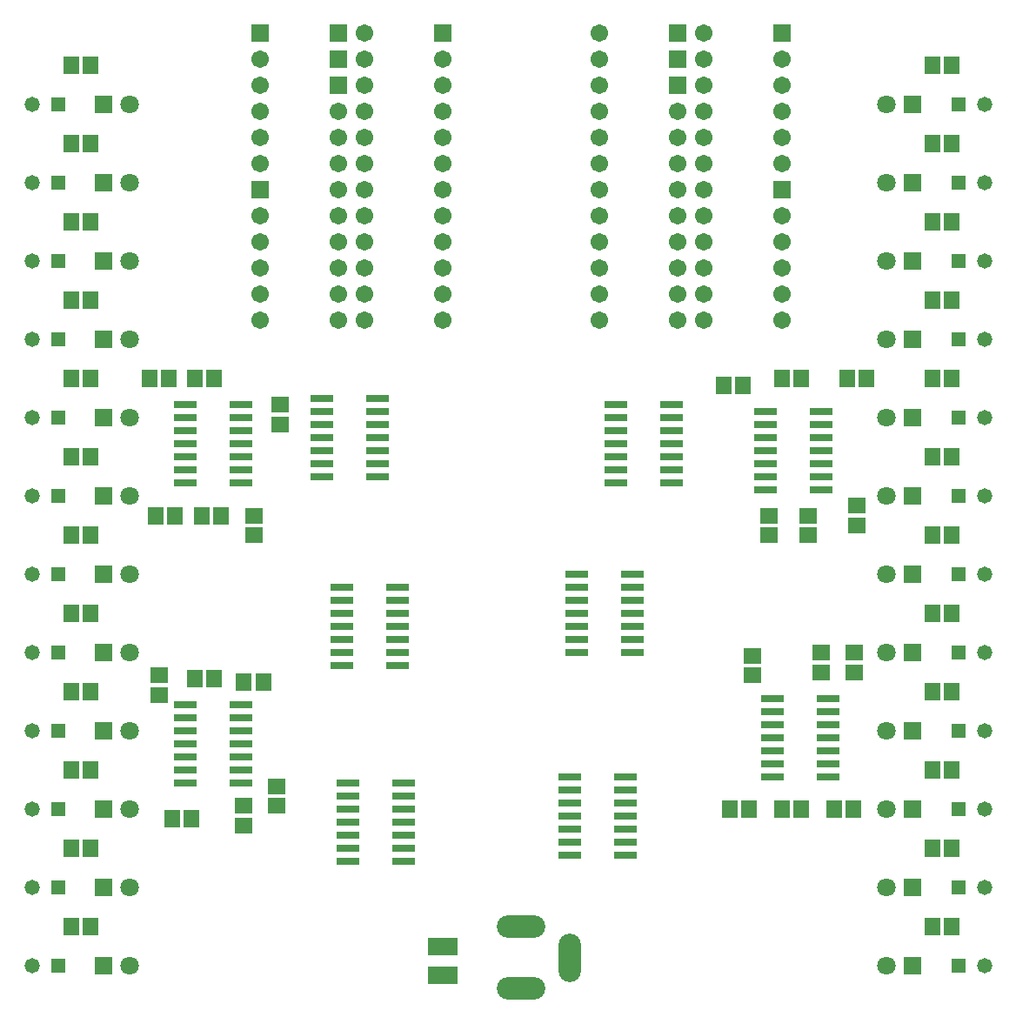
<source format=gts>
G04 DipTrace 2.3.1.0*
%INLOGICCOMP.GTS*%
%MOMM*%
%ADD36R,2.903X1.803*%
%ADD38O,2.203X4.703*%
%ADD40O,4.703X2.203*%
%ADD42R,1.703X1.503*%
%ADD44R,1.503X1.703*%
%ADD46C,1.803*%
%ADD48R,1.803X1.803*%
%ADD50R,2.203X0.803*%
%ADD52R,1.473X1.473*%
%ADD54C,1.473*%
%ADD56C,1.703*%
%ADD58R,1.703X1.703*%
%FSLAX53Y53*%
G04*
G71*
G90*
G75*
G01*
%LNTopMask*%
%LPD*%
D58*
X53188Y105893D3*
D56*
Y103353D3*
Y100813D3*
Y98273D3*
Y95733D3*
Y93193D3*
Y90653D3*
Y88113D3*
Y85573D3*
Y83033D3*
Y80493D3*
Y77953D3*
X68428D3*
Y80493D3*
Y83033D3*
Y85573D3*
Y88113D3*
Y90653D3*
Y93193D3*
Y95733D3*
Y98273D3*
Y100813D3*
Y103353D3*
Y105893D3*
D54*
X13183Y15088D3*
D52*
X15723D3*
D54*
X13183Y22708D3*
D52*
X15723D3*
D54*
X13183Y30328D3*
D52*
X15723D3*
D54*
X13183Y37948D3*
D52*
X15723D3*
D54*
X13183Y45568D3*
D52*
X15723D3*
D54*
X13183Y53188D3*
D52*
X15723D3*
D54*
X13183Y60808D3*
D52*
X15723D3*
D54*
X13183Y68428D3*
D52*
X15723D3*
D54*
X13183Y76048D3*
D52*
X15723D3*
D54*
X13183Y83668D3*
D52*
X15723D3*
D54*
X13183Y91288D3*
D52*
X15723D3*
D54*
X13183Y98908D3*
D52*
X15723D3*
D54*
X105893Y15088D3*
D52*
X103353D3*
D54*
X105893Y22708D3*
D52*
X103353D3*
D54*
X105893Y30328D3*
D52*
X103353D3*
D54*
X105893Y37948D3*
D52*
X103353D3*
D54*
X105893Y45568D3*
D52*
X103353D3*
D54*
X105893Y53188D3*
D52*
X103353D3*
D54*
X105893Y60808D3*
D52*
X103353D3*
D54*
X105893Y68428D3*
D52*
X103353D3*
D54*
X105893Y76048D3*
D52*
X103353D3*
D54*
X105893Y83668D3*
D52*
X103353D3*
D54*
X105893Y91288D3*
D52*
X103353D3*
D54*
X105893Y98908D3*
D52*
X103353D3*
D50*
X33503Y32868D3*
Y34138D3*
Y35408D3*
Y36678D3*
Y37948D3*
Y39218D3*
Y40488D3*
X28103D3*
Y39218D3*
Y37948D3*
Y36678D3*
Y35408D3*
Y34138D3*
Y32868D3*
X33503Y62078D3*
Y63348D3*
Y64618D3*
Y65888D3*
Y67158D3*
Y68428D3*
Y69698D3*
X28103D3*
Y68428D3*
Y67158D3*
Y65888D3*
Y64618D3*
Y63348D3*
Y62078D3*
X90018Y61443D3*
Y62713D3*
Y63983D3*
Y65253D3*
Y66523D3*
Y67793D3*
Y69063D3*
X84618D3*
Y67793D3*
Y66523D3*
Y65253D3*
Y63983D3*
Y62713D3*
Y61443D3*
X90653Y33503D3*
Y34773D3*
Y36043D3*
Y37313D3*
Y38583D3*
Y39853D3*
Y41123D3*
X85253D3*
Y39853D3*
Y38583D3*
Y37313D3*
Y36043D3*
Y34773D3*
Y33503D3*
D48*
X20168Y15088D3*
D46*
X22708D3*
D48*
X20168Y22708D3*
D46*
X22708D3*
D48*
X20168Y30328D3*
D46*
X22708D3*
D48*
X20168Y37948D3*
D46*
X22708D3*
D48*
X20168Y45568D3*
D46*
X22708D3*
D48*
X20168Y53188D3*
D46*
X22708D3*
D48*
X20168Y60808D3*
D46*
X22708D3*
D48*
X20168Y68428D3*
D46*
X22708D3*
D48*
X20168Y76048D3*
D46*
X22708D3*
D48*
X20168Y83668D3*
D46*
X22708D3*
D48*
X20168Y91288D3*
D46*
X22708D3*
D48*
X20168Y98908D3*
D46*
X22708D3*
D48*
X98908D3*
D46*
X96368D3*
D48*
X98908Y91288D3*
D46*
X96368D3*
D48*
X98908Y83668D3*
D46*
X96368D3*
D48*
X98908Y76048D3*
D46*
X96368D3*
D48*
X98908Y68428D3*
D46*
X96368D3*
D48*
X98908Y60808D3*
D46*
X96368D3*
D48*
X98908Y53188D3*
D46*
X96368D3*
D58*
X76048Y100813D3*
D56*
Y98273D3*
Y95733D3*
Y93193D3*
Y90653D3*
Y88113D3*
Y85573D3*
Y83033D3*
Y80493D3*
Y77953D3*
X78588Y100813D3*
Y98273D3*
Y95733D3*
Y93193D3*
Y90653D3*
Y88113D3*
Y85573D3*
Y83033D3*
Y80493D3*
Y77953D3*
D58*
X43028Y100813D3*
D56*
Y98273D3*
Y95733D3*
Y93193D3*
Y90653D3*
Y88113D3*
Y85573D3*
Y83033D3*
Y80493D3*
Y77953D3*
X45568Y100813D3*
Y98273D3*
Y95733D3*
Y93193D3*
Y90653D3*
Y88113D3*
Y85573D3*
Y83033D3*
Y80493D3*
Y77953D3*
D58*
X76048Y103353D3*
D56*
X78588D3*
D58*
X76048Y105893D3*
D56*
X78588D3*
D58*
X43028Y103353D3*
D56*
X45568D3*
D58*
X43028Y105893D3*
D56*
X45568D3*
D58*
X35408Y90653D3*
D56*
Y88113D3*
Y85573D3*
Y83033D3*
Y80493D3*
Y77953D3*
D58*
Y105893D3*
D56*
Y103353D3*
Y100813D3*
Y98273D3*
Y95733D3*
Y93193D3*
D58*
X86208Y90653D3*
D56*
Y88113D3*
Y85573D3*
Y83033D3*
Y80493D3*
Y77953D3*
D58*
Y105893D3*
D56*
Y103353D3*
Y100813D3*
Y98273D3*
Y95733D3*
Y93193D3*
D48*
X98908Y45568D3*
D46*
X96368D3*
D48*
X98908Y37948D3*
D46*
X96368D3*
D48*
X98908Y30328D3*
D46*
X96368D3*
D48*
X98908Y22708D3*
D46*
X96368D3*
D48*
X98908Y15088D3*
D46*
X96368D3*
D44*
X16993Y18898D3*
X18893D3*
X16993Y26518D3*
X18893D3*
X16993Y34138D3*
X18893D3*
X16993Y41758D3*
X18893D3*
X16993Y49378D3*
X18893D3*
X16993Y56998D3*
X18893D3*
X16993Y64618D3*
X18893D3*
X16993Y72238D3*
X18893D3*
X16993Y79858D3*
X18893D3*
X16993Y87478D3*
X18893D3*
X16993Y95098D3*
X18893D3*
X16993Y102718D3*
X18893D3*
X24613Y72238D3*
X26513D3*
X31592Y58903D3*
X29692D3*
D42*
X34773Y56998D3*
Y58898D3*
X37313Y67793D3*
Y69693D3*
D44*
X25248Y58903D3*
X27148D3*
X29058Y72238D3*
X30958D3*
D42*
X25562Y41443D3*
Y43343D3*
D44*
X26838Y29372D3*
X28738D3*
D42*
X36992Y32547D3*
Y30647D3*
X33817Y30642D3*
Y28742D3*
D44*
X35722Y42707D3*
X33822D3*
X29058Y43028D3*
X30958D3*
D50*
X46838Y62713D3*
Y63983D3*
Y65253D3*
Y66523D3*
Y67793D3*
Y69063D3*
Y70333D3*
X41438D3*
Y69063D3*
Y67793D3*
Y66523D3*
Y65253D3*
Y63983D3*
Y62713D3*
X75413Y62078D3*
Y63348D3*
Y64618D3*
Y65888D3*
Y67158D3*
Y68428D3*
Y69698D3*
X70013D3*
Y68428D3*
Y67158D3*
Y65888D3*
Y64618D3*
Y63348D3*
Y62078D3*
X48743Y44298D3*
Y45568D3*
Y46838D3*
Y48108D3*
Y49378D3*
Y50648D3*
Y51918D3*
X43343D3*
Y50648D3*
Y49378D3*
Y48108D3*
Y46838D3*
Y45568D3*
Y44298D3*
X71603Y45568D3*
Y46838D3*
Y48108D3*
Y49378D3*
Y50648D3*
Y51918D3*
Y53188D3*
X66203D3*
Y51918D3*
Y50648D3*
Y49378D3*
Y48108D3*
Y46838D3*
Y45568D3*
X49378Y25248D3*
Y26518D3*
Y27788D3*
Y29058D3*
Y30328D3*
Y31598D3*
Y32868D3*
X43978D3*
Y31598D3*
Y30328D3*
Y29058D3*
Y27788D3*
Y26518D3*
Y25248D3*
X70968Y25883D3*
Y27153D3*
Y28423D3*
Y29693D3*
Y30963D3*
Y32233D3*
Y33503D3*
X65568D3*
Y32233D3*
Y30963D3*
Y29693D3*
Y28423D3*
Y27153D3*
Y25883D3*
D40*
X60808Y18898D3*
Y12898D3*
D38*
X65508Y15898D3*
D44*
X100813Y26518D3*
X102713D3*
X100813Y34138D3*
X102713D3*
X100813Y41758D3*
X102713D3*
X100813Y49378D3*
X102713D3*
X100813Y56998D3*
X102713D3*
X100813Y64618D3*
X102713D3*
X100813Y72238D3*
X102713D3*
X100813Y79858D3*
X102713D3*
X100813Y87478D3*
X102713D3*
X100813Y95098D3*
X102713D3*
X100813Y102718D3*
X102713D3*
X80493Y71603D3*
X82393D3*
X86208Y72238D3*
X88108D3*
X92558D3*
X94458D3*
D42*
X84938Y56998D3*
Y58898D3*
X93507Y57953D3*
Y59853D3*
X88748Y56998D3*
Y58898D3*
X83347Y45247D3*
Y43347D3*
X93193Y45568D3*
Y43668D3*
X90018Y45568D3*
Y43668D3*
D44*
X81128Y30328D3*
X83028D3*
X86208D3*
X88108D3*
X91288D3*
X93188D3*
D36*
X53188Y16993D3*
Y14193D3*
D44*
X100813Y18898D3*
X102713D3*
M02*

</source>
